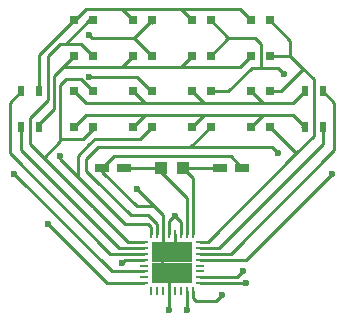
<source format=gbl>
G04 #@! TF.FileFunction,Copper,L2,Bot,Signal*
%FSLAX46Y46*%
G04 Gerber Fmt 4.6, Leading zero omitted, Abs format (unit mm)*
G04 Created by KiCad (PCBNEW 4.0.7) date 12/01/18 13:58:11*
%MOMM*%
%LPD*%
G01*
G04 APERTURE LIST*
%ADD10C,0.100000*%
%ADD11R,1.200000X0.750000*%
%ADD12R,0.800000X0.800000*%
%ADD13R,0.500000X0.900000*%
%ADD14R,0.250000X0.700000*%
%ADD15R,0.700000X0.250000*%
%ADD16R,1.725000X1.725000*%
%ADD17R,1.050000X1.100000*%
%ADD18C,0.600000*%
%ADD19C,0.250000*%
G04 APERTURE END LIST*
D10*
D11*
X141550000Y-103000000D03*
X143450000Y-103000000D03*
X133450000Y-103000000D03*
X131550000Y-103000000D03*
D12*
X145800000Y-90500000D03*
X144200000Y-90500000D03*
X145800000Y-93500000D03*
X144200000Y-93500000D03*
X145800000Y-96500000D03*
X144200000Y-96500000D03*
X145800000Y-99500000D03*
X144200000Y-99500000D03*
X140800000Y-90500000D03*
X139200000Y-90500000D03*
X140800000Y-93500000D03*
X139200000Y-93500000D03*
X140800000Y-96500000D03*
X139200000Y-96500000D03*
X140800000Y-99500000D03*
X139200000Y-99500000D03*
X135800000Y-90500000D03*
X134200000Y-90500000D03*
X135800000Y-93500000D03*
X134200000Y-93500000D03*
X135800000Y-96500000D03*
X134200000Y-96500000D03*
X135800000Y-99500000D03*
X134200000Y-99500000D03*
X130800000Y-90500000D03*
X129200000Y-90500000D03*
X130800000Y-93500000D03*
X129200000Y-93500000D03*
X130800000Y-96500000D03*
X129200000Y-96500000D03*
X130800000Y-99500000D03*
X129200000Y-99500000D03*
D13*
X126250000Y-96500000D03*
X124750000Y-96500000D03*
X126250000Y-99500000D03*
X124750000Y-99500000D03*
X148750000Y-96500000D03*
X150250000Y-96500000D03*
X148750000Y-99500000D03*
X150250000Y-99500000D03*
D14*
X135750000Y-108600000D03*
X136250000Y-108600000D03*
X136750000Y-108600000D03*
X137250000Y-108600000D03*
X137750000Y-108600000D03*
X138250000Y-108600000D03*
X138750000Y-108600000D03*
X139250000Y-108600000D03*
D15*
X139900000Y-109250000D03*
X139900000Y-109750000D03*
X139900000Y-110250000D03*
X139900000Y-110750000D03*
X139900000Y-111250000D03*
X139900000Y-111750000D03*
X139900000Y-112250000D03*
X139900000Y-112750000D03*
D14*
X139250000Y-113400000D03*
X138750000Y-113400000D03*
X138250000Y-113400000D03*
X137750000Y-113400000D03*
X137250000Y-113400000D03*
X136750000Y-113400000D03*
X136250000Y-113400000D03*
X135750000Y-113400000D03*
D15*
X135100000Y-112750000D03*
X135100000Y-112250000D03*
X135100000Y-111750000D03*
X135100000Y-111250000D03*
X135100000Y-110750000D03*
X135100000Y-110250000D03*
X135100000Y-109750000D03*
X135100000Y-109250000D03*
D16*
X138362500Y-111862500D03*
X136637500Y-111862500D03*
X138362500Y-110137500D03*
X136637500Y-110137500D03*
D17*
X136575000Y-103000000D03*
X138425000Y-103000000D03*
D18*
X138750000Y-115000000D03*
X127000000Y-107750000D03*
X137750000Y-107050008D03*
X134500000Y-104750000D03*
X137250000Y-115000000D03*
X146500000Y-101750000D03*
X147000000Y-95000000D03*
X128000000Y-102000000D03*
X130500000Y-91750000D03*
X130500000Y-95250000D03*
X143750000Y-112750000D03*
X141750000Y-113750000D03*
X133250000Y-111000000D03*
X143500000Y-111750000D03*
X151000000Y-103500000D03*
X124150000Y-103500000D03*
D19*
X138750000Y-113400000D02*
X138750000Y-115000000D01*
X135100000Y-112750000D02*
X132000000Y-112750000D01*
X132000000Y-112750000D02*
X127000000Y-107750000D01*
X137750000Y-107050008D02*
X138250000Y-107550008D01*
X137750000Y-107000000D02*
X137750000Y-107050008D01*
X137250000Y-108600000D02*
X137250000Y-107500000D01*
X137250000Y-107500000D02*
X137750000Y-107000000D01*
X138250000Y-107550008D02*
X138250000Y-108600000D01*
X142000000Y-102000000D02*
X142450000Y-102000000D01*
X142450000Y-102000000D02*
X143450000Y-103000000D01*
X132750000Y-102000000D02*
X132550000Y-102000000D01*
X132550000Y-102000000D02*
X131550000Y-103000000D01*
X134750000Y-106250000D02*
X134500000Y-106250000D01*
X134500000Y-106250000D02*
X131550000Y-103300000D01*
X131550000Y-103300000D02*
X131550000Y-103000000D01*
X131550000Y-103000000D02*
X131750000Y-103000000D01*
X132750000Y-102000000D02*
X142000000Y-102000000D01*
X142450000Y-102000000D02*
X143450000Y-103000000D01*
X136000000Y-106250000D02*
X134500000Y-104750000D01*
X136750000Y-108600000D02*
X136750000Y-107000000D01*
X136750000Y-107000000D02*
X136000000Y-106250000D01*
X137750000Y-108600000D02*
X137750000Y-109525000D01*
X136000000Y-106250000D02*
X134750000Y-106250000D01*
X136750000Y-108600000D02*
X136750000Y-110025000D01*
X136750000Y-110025000D02*
X136637500Y-110137500D01*
X137750000Y-109525000D02*
X138362500Y-110137500D01*
X138362500Y-110137500D02*
X136637500Y-110137500D01*
X136637500Y-110137500D02*
X136637500Y-111862500D01*
X136637500Y-111862500D02*
X138362500Y-111862500D01*
X138362500Y-111862500D02*
X136637500Y-111862500D01*
X136637500Y-111862500D02*
X137250000Y-112475000D01*
X137250000Y-113400000D02*
X137250000Y-115000000D01*
X137250000Y-112475000D02*
X137250000Y-113400000D01*
X138425000Y-103000000D02*
X141550000Y-103000000D01*
X139250000Y-108600000D02*
X139250000Y-103825000D01*
X139250000Y-103825000D02*
X138425000Y-103000000D01*
X133450000Y-103000000D02*
X136575000Y-103000000D01*
X137250000Y-104000000D02*
X138750000Y-105500000D01*
X138750000Y-105500000D02*
X138750000Y-108600000D01*
X136575000Y-103325000D02*
X137250000Y-104000000D01*
X148000000Y-101750000D02*
X149500000Y-100250000D01*
X149500000Y-95500000D02*
X148625000Y-94625000D01*
X149500000Y-100250000D02*
X149500000Y-95500000D01*
X148000000Y-101750000D02*
X140500000Y-109250000D01*
X145800000Y-99500000D02*
X145800000Y-99550000D01*
X145800000Y-99550000D02*
X147875000Y-101625000D01*
X147875000Y-101625000D02*
X148000000Y-101750000D01*
X145800000Y-96500000D02*
X146750000Y-96500000D01*
X146750000Y-96500000D02*
X148625000Y-94625000D01*
X147500000Y-93500000D02*
X147500000Y-92200000D01*
X147500000Y-92200000D02*
X145800000Y-90500000D01*
X147500000Y-93500000D02*
X145800000Y-93500000D01*
X148625000Y-94625000D02*
X147500000Y-93500000D01*
X140500000Y-109250000D02*
X139900000Y-109250000D01*
X138225000Y-89525000D02*
X143225000Y-89525000D01*
X143225000Y-89525000D02*
X144200000Y-90500000D01*
X133225000Y-89525000D02*
X138225000Y-89525000D01*
X138225000Y-89525000D02*
X139200000Y-90500000D01*
X129200000Y-90500000D02*
X129250000Y-90500000D01*
X129250000Y-90500000D02*
X130250000Y-89500000D01*
X133200000Y-89500000D02*
X133225000Y-89525000D01*
X133225000Y-89525000D02*
X134200000Y-90500000D01*
X130250000Y-89500000D02*
X133200000Y-89500000D01*
X126250000Y-96500000D02*
X126250000Y-93450000D01*
X126250000Y-93450000D02*
X129200000Y-90500000D01*
X138225000Y-94475000D02*
X143225000Y-94475000D01*
X143225000Y-94475000D02*
X144200000Y-93500000D01*
X133225000Y-94475000D02*
X138225000Y-94475000D01*
X138225000Y-94475000D02*
X139200000Y-93500000D01*
X128225000Y-94475000D02*
X133225000Y-94475000D01*
X133225000Y-94475000D02*
X134200000Y-93500000D01*
X126250000Y-99500000D02*
X126250000Y-99250000D01*
X126250000Y-99250000D02*
X127500000Y-98000000D01*
X127500000Y-98000000D02*
X127500000Y-95200000D01*
X127500000Y-95200000D02*
X128225000Y-94475000D01*
X128225000Y-94475000D02*
X129200000Y-93500000D01*
X136250000Y-97500000D02*
X130200000Y-97500000D01*
X130200000Y-97500000D02*
X129200000Y-96500000D01*
X140250000Y-97500000D02*
X136250000Y-97500000D01*
X136250000Y-97500000D02*
X135200000Y-97500000D01*
X135200000Y-97500000D02*
X134200000Y-96500000D01*
X145200000Y-97500000D02*
X147750000Y-97500000D01*
X147750000Y-97500000D02*
X148750000Y-96500000D01*
X145200000Y-97500000D02*
X140250000Y-97500000D01*
X140250000Y-97500000D02*
X140200000Y-97500000D01*
X140200000Y-97500000D02*
X139200000Y-96500000D01*
X145200000Y-97500000D02*
X144200000Y-96500000D01*
X145250000Y-98500000D02*
X147750000Y-98500000D01*
X147750000Y-98500000D02*
X148750000Y-99500000D01*
X135200000Y-98500000D02*
X130200000Y-98500000D01*
X130200000Y-98500000D02*
X129200000Y-99500000D01*
X140250000Y-98500000D02*
X135200000Y-98500000D01*
X135200000Y-98500000D02*
X134200000Y-99500000D01*
X145250000Y-98500000D02*
X140250000Y-98500000D01*
X140250000Y-98500000D02*
X140200000Y-98500000D01*
X140200000Y-98500000D02*
X139200000Y-99500000D01*
X148750000Y-99500000D02*
X148500000Y-99500000D01*
X145250000Y-98500000D02*
X145200000Y-98500000D01*
X145200000Y-98500000D02*
X144200000Y-99500000D01*
X144200000Y-99500000D02*
X144200000Y-99700000D01*
X139200000Y-99500000D02*
X139200000Y-99700000D01*
X130250000Y-103250000D02*
X131000000Y-104000000D01*
X131000000Y-104000000D02*
X134000000Y-107000000D01*
X130500000Y-102000000D02*
X130250000Y-102250000D01*
X130250000Y-102250000D02*
X130250000Y-103250000D01*
X131250000Y-101250000D02*
X130500000Y-102000000D01*
X138500000Y-101250000D02*
X139050000Y-101250000D01*
X139050000Y-101250000D02*
X140800000Y-99500000D01*
X131250000Y-101250000D02*
X138500000Y-101250000D01*
X138500000Y-101250000D02*
X146000000Y-101250000D01*
X136250000Y-108600000D02*
X136250000Y-107750000D01*
X136250000Y-107750000D02*
X136200002Y-107700002D01*
X134000000Y-107000000D02*
X135500000Y-107000000D01*
X135500000Y-107000000D02*
X136200002Y-107700002D01*
X146500000Y-101750000D02*
X146000000Y-101250000D01*
X146500000Y-94500000D02*
X145000000Y-94500000D01*
X147000000Y-95000000D02*
X146500000Y-94500000D01*
X140800000Y-99500000D02*
X140750000Y-99500000D01*
X140800000Y-99500000D02*
X141000000Y-99500000D01*
X145000000Y-94500000D02*
X144250000Y-94500000D01*
X142250000Y-96500000D02*
X140800000Y-96500000D01*
X144250000Y-94500000D02*
X142250000Y-96500000D01*
X142275000Y-92025000D02*
X142275000Y-91975000D01*
X142275000Y-91975000D02*
X140800000Y-90500000D01*
X142300000Y-92000000D02*
X142275000Y-92025000D01*
X142275000Y-92025000D02*
X140800000Y-93500000D01*
X144500000Y-92000000D02*
X142300000Y-92000000D01*
X145000000Y-92500000D02*
X144500000Y-92000000D01*
X145000000Y-94500000D02*
X145000000Y-92500000D01*
X130500000Y-101000000D02*
X129500000Y-102000000D01*
X129500000Y-102000000D02*
X129500000Y-103750000D01*
X134800000Y-100500000D02*
X135800000Y-99500000D01*
X135800000Y-99500000D02*
X135750000Y-99500000D01*
X130500000Y-101000000D02*
X131000000Y-100500000D01*
X131000000Y-100500000D02*
X134800000Y-100500000D01*
X133750000Y-107750000D02*
X133500000Y-107750000D01*
X133500000Y-107750000D02*
X129500000Y-103750000D01*
X135000000Y-107750000D02*
X135500000Y-107750000D01*
X135750000Y-108000000D02*
X135750000Y-108250000D01*
X135500000Y-107750000D02*
X135750000Y-108000000D01*
X133750000Y-107750000D02*
X135000000Y-107750000D01*
X135750000Y-108250000D02*
X135750000Y-108600000D01*
X135750000Y-108500000D02*
X135750000Y-108250000D01*
X135750000Y-108250000D02*
X135750000Y-108600000D01*
X128000000Y-102000000D02*
X128000000Y-102250000D01*
X128000000Y-102250000D02*
X128750000Y-103000000D01*
X129500000Y-103750000D02*
X128750000Y-103000000D01*
X134300000Y-92000000D02*
X135800000Y-93500000D01*
X130500000Y-91750000D02*
X130750000Y-92000000D01*
X134300000Y-92000000D02*
X135800000Y-90500000D01*
X130750000Y-92000000D02*
X134300000Y-92000000D01*
X135800000Y-96500000D02*
X135750000Y-96500000D01*
X135750000Y-96500000D02*
X134500000Y-95250000D01*
X135800000Y-93500000D02*
X135750000Y-93500000D01*
X135800000Y-90500000D02*
X135800000Y-90700000D01*
X130500000Y-95250000D02*
X134500000Y-95250000D01*
X128000000Y-100750000D02*
X128000000Y-100500000D01*
X128000000Y-100500000D02*
X130000000Y-100500000D01*
X130000000Y-100500000D02*
X130800000Y-99700000D01*
X130800000Y-99700000D02*
X130800000Y-99500000D01*
X128000000Y-100750000D02*
X126625000Y-102125000D01*
X130800000Y-90500000D02*
X130500000Y-90500000D01*
X130500000Y-90500000D02*
X128500000Y-92500000D01*
X130800000Y-106250000D02*
X130750000Y-106250000D01*
X130750000Y-106250000D02*
X126625000Y-102125000D01*
X129800000Y-92500000D02*
X130800000Y-93500000D01*
X128000000Y-92500000D02*
X128500000Y-92500000D01*
X126625000Y-102125000D02*
X125500000Y-101000000D01*
X125500000Y-101000000D02*
X125500000Y-98750000D01*
X125500000Y-98750000D02*
X127000000Y-97250000D01*
X127000000Y-97250000D02*
X127000000Y-93500000D01*
X127000000Y-93500000D02*
X128000000Y-92500000D01*
X128500000Y-92500000D02*
X129800000Y-92500000D01*
X129800000Y-95500000D02*
X130800000Y-96500000D01*
X128500000Y-95500000D02*
X129800000Y-95500000D01*
X128000000Y-96000000D02*
X128500000Y-95500000D01*
X128000000Y-100500000D02*
X128000000Y-96000000D01*
X135100000Y-109250000D02*
X133750000Y-109250000D01*
X130800000Y-106300000D02*
X130800000Y-106250000D01*
X133750000Y-109250000D02*
X130800000Y-106300000D01*
X139900000Y-112750000D02*
X143750000Y-112750000D01*
X139250000Y-113400000D02*
X139250000Y-114000000D01*
X141250000Y-114250000D02*
X141750000Y-113750000D01*
X139500000Y-114250000D02*
X141250000Y-114250000D01*
X139250000Y-114000000D02*
X139500000Y-114250000D01*
X139250000Y-113400000D02*
X139250000Y-113750000D01*
X135100000Y-110750000D02*
X133500000Y-110750000D01*
X133500000Y-110750000D02*
X133250000Y-111000000D01*
X139900000Y-112250000D02*
X143000000Y-112250000D01*
X143000000Y-112250000D02*
X143500000Y-111750000D01*
X124750000Y-96500000D02*
X123750000Y-97500000D01*
X132250000Y-110250000D02*
X135100000Y-110250000D01*
X123750000Y-101750000D02*
X132250000Y-110250000D01*
X123750000Y-97500000D02*
X123750000Y-101750000D01*
X135100000Y-109750000D02*
X133000000Y-109750000D01*
X124750000Y-101500000D02*
X124750000Y-99500000D01*
X133000000Y-109750000D02*
X124750000Y-101500000D01*
X141750000Y-110250000D02*
X142500000Y-110250000D01*
X151250000Y-101500000D02*
X151250000Y-101000000D01*
X142500000Y-110250000D02*
X151250000Y-101500000D01*
X139900000Y-110250000D02*
X141750000Y-110250000D01*
X151250000Y-97500000D02*
X150250000Y-96500000D01*
X151250000Y-101000000D02*
X151250000Y-97500000D01*
X150250000Y-99500000D02*
X150250000Y-101000000D01*
X141500000Y-109750000D02*
X139900000Y-109750000D01*
X150250000Y-101000000D02*
X141500000Y-109750000D01*
X143750000Y-110750000D02*
X139900000Y-110750000D01*
X151000000Y-103500000D02*
X143750000Y-110750000D01*
X135100000Y-111750000D02*
X132400000Y-111750000D01*
X132400000Y-111750000D02*
X124150000Y-103500000D01*
M02*

</source>
